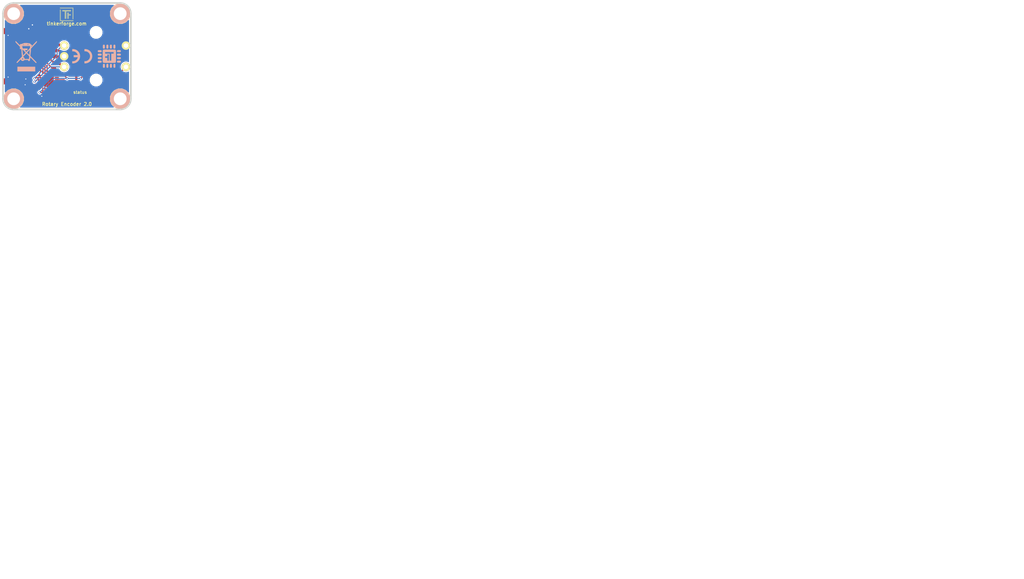
<source format=kicad_pcb>
(kicad_pcb (version 4) (host pcbnew 4.0.2+dfsg1-stable)
  (title_block (title "Rotary Encoder Bricklet") (date 2017-09-18) (rev 2.0) (company "Tinkerforge GmbH") (comment 1 "Licensed under CERN OHL v.1.1") (comment 2 "Copyright (©) 2017, L.Lauer <lukas@tinkerforge.com>"))
  (layers (0 Vorderseite jumper) (31 Rückseite jumper hide) (34 B.Paste user) (35 F.Paste user) (36 B.SilkS user) (37 F.SilkS user) (38 B.Mask user) (39 F.Mask user) (44 Edge.Cuts user))
  (net 0 "")
  (net 1 GND)
  (net 2 VCC)
  (net 3 "Net-(D1-Pad2)")
  (net 4 "Net-(P1-Pad4)")
  (net 5 "Net-(P1-Pad5)")
  (net 6 "Net-(P1-Pad6)")
  (net 7 "Net-(P2-Pad2)")
  (net 8 "Net-(P3-Pad1)")
  (net 9 "Net-(R1-Pad1)")
  (net 10 S-MISO)
  (net 11 S-MOSI)
  (net 12 S-CLK)
  (net 13 S-CS)
  (net 14 SW1)
  (net 15 IN_B)
  (net 16 IN_A)
  (net 17 "Net-(C4-Pad1)")
  (net 18 "Net-(P1-Pad1)")
  (net 19 "Net-(RP2-Pad2)")
  (net 20 "Net-(U1-Pad4)")
  (net 21 "Net-(U1-Pad6)")
  (net 22 "Net-(U1-Pad8)")
  (net 23 "Net-(U1-Pad11)")
  (net 24 "Net-(U1-Pad12)")
  (net 25 "Net-(U1-Pad13)")
  (net 26 "Net-(U1-Pad14)")
  (net 27 "Net-(U1-Pad17)")
  (net 28 "Net-(U1-Pad18)")
  (net 29 "Net-(U1-Pad19)")
  (net 30 "Net-(U1-Pad20)")
  (net 31 "Net-(U1-Pad21)")
  (module Logo_31x31 (layer Vorderseite) (at 56.25 30.9)
    (fp_text reference G*** hide)
    (fp_text value Logo_31x31 hide)
  )
  (module Fiducial_Mark (layer Vorderseite) (at 49.4 53.3)
    (fp_text reference Fiducial_Mark hide)
    (fp_text value VAL** hide)
    (pad 1 smd circle (at 0 0) (size 1.00076 1.00076) (layers Vorderseite F.Mask) (clearance 0.65024))
  )
  (module Fiducial_Mark (layer Vorderseite) (at 66.4 31.3)
    (fp_text reference Fiducial_Mark hide)
    (fp_text value VAL** hide)
    (pad 1 smd circle (at 0 0) (size 1.00076 1.00076) (layers Vorderseite F.Mask) (clearance 0.65024))
  )
  (module kicad-libraries:C0805E (layer Vorderseite) (at 50.55 37.5 180)
    (fp_text reference C1)
    (fp_text value 10uF)
    (pad 1 smd rect (at -0.95 0 180) (size 1.3 1.5) (layers Vorderseite F.Paste F.Mask) (net 2 VCC) (clearance 0.14986))
    (pad 2 smd rect (at 0.95 0 180) (size 1.3 1.5) (layers Vorderseite F.Paste F.Mask) (net 1 GND) (clearance 0.14986))
  )
  (module kicad-libraries:C0603F (layer Vorderseite) (at 50.55 35.85 180)
    (fp_text reference C2)
    (fp_text value 1uF)
    (pad 1 smd rect (at -0.75 0 180) (size 0.9 0.9) (layers Vorderseite F.Paste F.Mask) (net 2 VCC))
    (pad 2 smd rect (at 0.75 0 180) (size 0.9 0.9) (layers Vorderseite F.Paste F.Mask) (net 1 GND))
  )
  (module kicad-libraries:C0603F (layer Vorderseite) (at 53.5 51.7 180)
    (fp_text reference C3)
    (fp_text value 100nF)
    (pad 1 smd rect (at -0.75 0 180) (size 0.9 0.9) (layers Vorderseite F.Paste F.Mask) (net 2 VCC))
    (pad 2 smd rect (at 0.75 0 180) (size 0.9 0.9) (layers Vorderseite F.Paste F.Mask) (net 1 GND))
  )
  (module kicad-libraries:CON-SENSOR2 (layer Vorderseite) (at 42.9 42.3 270)
    (fp_text reference P1)
    (fp_text value CON-SENSOR2)
    (pad 1 smd rect (at -3.75 -4.6 270) (size 0.6 1.8) (layers Vorderseite F.Paste F.Mask) (net 18 "Net-(P1-Pad1)"))
    (pad 2 smd rect (at -2.5 -4.6 270) (size 0.6 1.8) (layers Vorderseite F.Paste F.Mask) (net 1 GND))
    (pad EP smd rect (at -5.9 -1.2 270) (size 1.4 2.4) (layers Vorderseite F.Paste F.Mask) (net 1 GND))
    (pad EP smd rect (at 5.9 -1.2 270) (size 1.4 2.4) (layers Vorderseite F.Paste F.Mask) (net 1 GND))
    (pad 3 smd rect (at -1.25 -4.6 270) (size 0.6 1.8) (layers Vorderseite F.Paste F.Mask) (net 2 VCC))
    (pad 4 smd rect (at 0 -4.6 270) (size 0.6 1.8) (layers Vorderseite F.Paste F.Mask) (net 4 "Net-(P1-Pad4)"))
    (pad 5 smd rect (at 1.25 -4.6 270) (size 0.6 1.8) (layers Vorderseite F.Paste F.Mask) (net 5 "Net-(P1-Pad5)"))
    (pad 6 smd rect (at 2.5 -4.6 270) (size 0.6 1.8) (layers Vorderseite F.Paste F.Mask) (net 6 "Net-(P1-Pad6)"))
    (pad 7 smd rect (at 3.75 -4.6 270) (size 0.6 1.8) (layers Vorderseite F.Paste F.Mask) (net 17 "Net-(C4-Pad1)"))
  )
  (module kicad-libraries:SolderJumper (layer Vorderseite) (at 49.1 49)
    (fp_text reference P2)
    (fp_text value BOOT)
    (pad 2 smd rect (at 0.55 0) (size 0.3 1.4) (layers Vorderseite F.Mask) (net 7 "Net-(P2-Pad2)"))
    (pad 2 smd rect (at 0.15 0) (size 0.6 0.5) (layers Vorderseite F.Mask) (net 7 "Net-(P2-Pad2)"))
    (pad 1 smd rect (at -0.5 0) (size 0.4 1.4) (layers Vorderseite F.Mask) (net 1 GND))
    (pad 1 smd rect (at -0.225 0.55) (size 0.95 0.3) (layers Vorderseite F.Mask) (net 1 GND))
    (pad 1 smd rect (at -0.225 -0.55) (size 0.95 0.3) (layers Vorderseite F.Mask) (net 1 GND))
  )
  (module kicad-libraries:DEBUG_PAD (layer Vorderseite) (at 57.15 48.05)
    (fp_text reference P3)
    (fp_text value DEBUG)
    (pad 1 smd circle (at 0 0) (size 0.7 0.7) (layers Vorderseite F.Paste F.Mask) (net 8 "Net-(P3-Pad1)"))
  )
  (module kicad-libraries:R0603F (layer Vorderseite) (at 57.9 52.05)
    (fp_text reference R1)
    (fp_text value 1k)
    (pad 1 smd rect (at -0.75 0) (size 0.9 0.9) (layers Vorderseite F.Paste F.Mask) (net 9 "Net-(R1-Pad1)"))
    (pad 2 smd rect (at 0.75 0) (size 0.9 0.9) (layers Vorderseite F.Paste F.Mask) (net 3 "Net-(D1-Pad2)"))
  )
  (module kicad-libraries:4X0402 (layer Vorderseite) (at 50.5 44.3 270)
    (fp_text reference RP1)
    (fp_text value 82)
    (pad 1 smd rect (at -0.7493 0.575 90) (size 0.29972 0.65) (layers Vorderseite F.Paste F.Mask) (net 4 "Net-(P1-Pad4)"))
    (pad 2 smd rect (at -0.24892 0.575 90) (size 0.29972 0.65) (layers Vorderseite F.Paste F.Mask) (net 5 "Net-(P1-Pad5)"))
    (pad 3 smd rect (at 0.24892 0.575 90) (size 0.29972 0.65) (layers Vorderseite F.Paste F.Mask) (net 6 "Net-(P1-Pad6)"))
    (pad 4 smd rect (at 0.7493 0.575 90) (size 0.29972 0.65) (layers Vorderseite F.Paste F.Mask) (net 17 "Net-(C4-Pad1)"))
    (pad 5 smd rect (at 0.7493 -0.575 270) (size 0.29972 0.65) (layers Vorderseite F.Paste F.Mask) (net 10 S-MISO))
    (pad 6 smd rect (at 0.24892 -0.575 270) (size 0.29972 0.65) (layers Vorderseite F.Paste F.Mask) (net 11 S-MOSI))
    (pad 7 smd rect (at -0.24892 -0.575 270) (size 0.29972 0.65) (layers Vorderseite F.Paste F.Mask) (net 12 S-CLK))
    (pad 8 smd rect (at -0.7493 -0.575 270) (size 0.29972 0.65) (layers Vorderseite F.Paste F.Mask) (net 13 S-CS))
  )
  (module kicad-libraries:4X0603 (layer Vorderseite) (at 52.4 40.95 270)
    (fp_text reference RP2)
    (fp_text value 10k)
    (pad 1 smd rect (at -1.19888 -0.8509 270) (size 0.44958 0.89916) (layers Vorderseite F.Paste F.Mask) (net 16 IN_A))
    (pad 2 smd rect (at -0.39878 -0.8509 270) (size 0.44958 0.89916) (layers Vorderseite F.Paste F.Mask) (net 19 "Net-(RP2-Pad2)"))
    (pad 3 smd rect (at 0.39878 -0.8509 270) (size 0.44958 0.89916) (layers Vorderseite F.Paste F.Mask) (net 15 IN_B))
    (pad 4 smd rect (at 1.19888 -0.8509 270) (size 0.44958 0.89916) (layers Vorderseite F.Paste F.Mask) (net 14 SW1))
    (pad 5 smd rect (at 1.19888 0.8509 270) (size 0.44958 0.89916) (layers Vorderseite F.Paste F.Mask) (net 2 VCC))
    (pad 6 smd rect (at 0.39878 0.8509 270) (size 0.44958 0.89916) (layers Vorderseite F.Paste F.Mask) (net 2 VCC))
    (pad 7 smd rect (at -0.39878 0.8509 270) (size 0.44958 0.89916) (layers Vorderseite F.Paste F.Mask) (net 2 VCC))
    (pad 8 smd rect (at -1.19888 0.8509 270) (size 0.44958 0.89916) (layers Vorderseite F.Paste F.Mask) (net 2 VCC))
  )
  (module kicad-libraries:QFN24-4x4mm-0.5mm (layer Vorderseite) (at 53.5 48.1)
    (fp_text reference U1)
    (fp_text value XMC110024)
    (pad 1 smd oval (at -2.025 -1.25) (size 1 0.3) (layers Vorderseite F.Paste F.Mask) (net 10 S-MISO))
    (pad 2 smd oval (at -2.025 -0.75) (size 1 0.3) (layers Vorderseite F.Paste F.Mask) (net 16 IN_A))
    (pad 3 smd oval (at -2.025 -0.25) (size 1 0.3) (layers Vorderseite F.Paste F.Mask) (net 15 IN_B))
    (pad 4 smd oval (at -2.025 0.25) (size 1 0.3) (layers Vorderseite F.Paste F.Mask) (net 20 "Net-(U1-Pad4)"))
    (pad 5 smd oval (at -2.025 0.75) (size 1 0.3) (layers Vorderseite F.Paste F.Mask) (net 7 "Net-(P2-Pad2)"))
    (pad 6 smd oval (at -2.025 1.25) (size 1 0.3) (layers Vorderseite F.Paste F.Mask) (net 21 "Net-(U1-Pad6)"))
    (pad 7 smd oval (at -1.25 2.025 90) (size 1 0.3) (layers Vorderseite F.Paste F.Mask) (net 14 SW1))
    (pad 8 smd oval (at -0.75 2.025 90) (size 1 0.3) (layers Vorderseite F.Paste F.Mask) (net 22 "Net-(U1-Pad8)"))
    (pad 9 smd oval (at -0.25 2.025 90) (size 1 0.3) (layers Vorderseite F.Paste F.Mask) (net 1 GND))
    (pad 10 smd oval (at 0.25 2.025 90) (size 1 0.3) (layers Vorderseite F.Paste F.Mask) (net 2 VCC))
    (pad 11 smd oval (at 0.75 2.025 90) (size 1 0.3) (layers Vorderseite F.Paste F.Mask) (net 23 "Net-(U1-Pad11)"))
    (pad 12 smd oval (at 1.25 2.025 90) (size 1 0.3) (layers Vorderseite F.Paste F.Mask) (net 24 "Net-(U1-Pad12)"))
    (pad 13 smd oval (at 2.025 1.25) (size 1 0.3) (layers Vorderseite F.Paste F.Mask) (net 25 "Net-(U1-Pad13)"))
    (pad 14 smd oval (at 2.025 0.75) (size 1 0.3) (layers Vorderseite F.Paste F.Mask) (net 26 "Net-(U1-Pad14)"))
    (pad 15 smd oval (at 2.025 0.25) (size 1 0.3) (layers Vorderseite F.Paste F.Mask) (net 9 "Net-(R1-Pad1)"))
    (pad 16 smd oval (at 2.025 -0.25) (size 1 0.3) (layers Vorderseite F.Paste F.Mask) (net 8 "Net-(P3-Pad1)"))
    (pad 17 smd oval (at 2.025 -0.75) (size 1 0.3) (layers Vorderseite F.Paste F.Mask) (net 27 "Net-(U1-Pad17)"))
    (pad 18 smd oval (at 2.025 -1.25) (size 1 0.3) (layers Vorderseite F.Paste F.Mask) (net 28 "Net-(U1-Pad18)"))
    (pad 19 smd oval (at 1.25 -2.025 90) (size 1 0.3) (layers Vorderseite F.Paste F.Mask) (net 29 "Net-(U1-Pad19)"))
    (pad 20 smd oval (at 0.75 -2.025 90) (size 1 0.3) (layers Vorderseite F.Paste F.Mask) (net 30 "Net-(U1-Pad20)"))
    (pad 21 smd oval (at 0.25 -2.025 90) (size 1 0.3) (layers Vorderseite F.Paste F.Mask) (net 31 "Net-(U1-Pad21)"))
    (pad 22 smd oval (at -0.25 -2.025 90) (size 1 0.3) (layers Vorderseite F.Paste F.Mask) (net 13 S-CS))
    (pad 23 smd oval (at -0.75 -2.025 90) (size 1 0.3) (layers Vorderseite F.Paste F.Mask) (net 12 S-CLK))
    (pad 24 smd oval (at -1.25 -2.025 90) (size 1 0.3) (layers Vorderseite F.Paste F.Mask) (net 11 S-MOSI))
    (pad EXP smd rect (at 0.65 0.65) (size 1.3 1.3) (layers Vorderseite F.Paste F.Mask) (net 1 GND))
    (pad EXP smd rect (at 0.65 -0.65) (size 1.3 1.3) (layers Vorderseite F.Paste F.Mask) (net 1 GND))
    (pad EXP smd rect (at -0.65 0.65) (size 1.3 1.3) (layers Vorderseite F.Paste F.Mask) (net 1 GND))
    (pad EXP smd rect (at -0.65 -0.65) (size 1.3 1.3) (layers Vorderseite F.Paste F.Mask) (net 1 GND))
  )
  (module kicad-libraries:DRILL_NP (layer Vorderseite) (at 70.4 32.3)
    (fp_text reference U3 hide)
    (fp_text value DRILL hide)
    (pad "" np_thru_hole circle (at 0 0) (size 2.99974 2.99974) (drill 2.99974) (layers *.Cu *.Mask F.SilkS) (clearance 0.89916))
  )
  (module kicad-libraries:DRILL_NP (layer Vorderseite) (at 45.4 52.3)
    (fp_text reference U4 hide)
    (fp_text value DRILL hide)
    (pad "" np_thru_hole circle (at 0 0) (size 2.99974 2.99974) (drill 2.99974) (layers *.Cu *.Mask F.SilkS) (clearance 0.89916))
  )
  (module kicad-libraries:DRILL_NP (layer Vorderseite) (at 70.4 52.3)
    (fp_text reference U5 hide)
    (fp_text value DRILL hide)
    (pad "" np_thru_hole circle (at 0 0) (size 2.99974 2.99974) (drill 2.99974) (layers *.Cu *.Mask F.SilkS) (clearance 0.89916))
  )
  (module kicad-libraries:DRILL_NP (layer Vorderseite) (at 45.4 32.3)
    (fp_text reference U6 hide)
    (fp_text value DRILL hide)
    (pad "" np_thru_hole circle (at 0 0) (size 2.99974 2.99974) (drill 2.99974) (layers *.Cu *.Mask F.SilkS) (clearance 0.89916))
  )
  (module kicad-libraries:ROTARY_ENCODER (layer Vorderseite) (at 64.75 42.3 180)
    (fp_text reference U2)
    (fp_text value ROTARY_ENCODER)
    (pad A thru_hole circle (at 7.5 2.5 180) (size 2 2) (drill 1.1) (layers *.Cu *.Mask F.SilkS) (net 16 IN_A))
    (pad C thru_hole circle (at 7.5 0 180) (size 2 2) (drill 1.1) (layers *.Cu *.Mask F.SilkS) (net 1 GND))
    (pad B thru_hole circle (at 7.5 -2.5 180) (size 2 2) (drill 1.1) (layers *.Cu *.Mask F.SilkS) (net 15 IN_B))
    (pad SW1 thru_hole circle (at -7 -2.5 180) (size 2 2) (drill 1.1) (layers *.Cu *.Mask F.SilkS) (net 14 SW1))
    (pad SW2 thru_hole circle (at -7 2.5 180) (size 2 2) (drill 1.1) (layers *.Cu *.Mask F.SilkS) (net 1 GND))
    (pad "" np_thru_hole circle (at 0 5.6 180) (size 2.5 2.5) (drill 2.5) (layers *.Cu *.Mask F.SilkS))
    (pad "" np_thru_hole circle (at 0 -5.6 180) (size 2.5 2.5) (drill 2.5) (layers *.Cu *.Mask F.SilkS))
  )
  (module kicad-libraries:WEEE_7mm (layer Rückseite) (at 48.35 42.3 180)
    (fp_text reference VAL hide)
    (fp_text value WEEE_7mm hide)
  )
  (module kicad-libraries:CE_5mm (layer Rückseite) (at 61.45 42.3 180)
    (fp_text reference VAL hide)
    (fp_text value CE_5mm hide)
  )
  (module kicad-libraries:Logo_CoMCU (layer Rückseite) (at 67.85 42.3 180)
    (fp_text reference G*** hide)
    (fp_text value LOGO hide)
  )
  (module kicad-libraries:C0603F (layer Vorderseite) (at 55.1 43.1 90)
    (fp_text reference C5)
    (fp_text value 10nF)
    (pad 1 smd rect (at -0.75 0 90) (size 0.9 0.9) (layers Vorderseite F.Paste F.Mask) (net 15 IN_B))
    (pad 2 smd rect (at 0.75 0 90) (size 0.9 0.9) (layers Vorderseite F.Paste F.Mask) (net 1 GND))
  )
  (module kicad-libraries:C0603F (layer Vorderseite) (at 55.1 40.15 270)
    (fp_text reference C6)
    (fp_text value 10nF)
    (pad 1 smd rect (at -0.75 0 270) (size 0.9 0.9) (layers Vorderseite F.Paste F.Mask) (net 16 IN_A))
    (pad 2 smd rect (at 0.75 0 270) (size 0.9 0.9) (layers Vorderseite F.Paste F.Mask) (net 1 GND))
  )
  (module kicad-libraries:C0402F (layer Vorderseite) (at 49.2 46.75 225)
    (fp_text reference C4)
    (fp_text value 220pF)
    (pad 2 smd rect (at 0.5 0 225) (size 0.6 0.7) (layers Vorderseite F.Paste F.Mask) (net 1 GND))
    (pad 1 smd rect (at -0.5 0 225) (size 0.6 0.7) (layers Vorderseite F.Paste F.Mask) (net 17 "Net-(C4-Pad1)"))
  )
  (module kicad-libraries:D0603F (layer Vorderseite) (at 61 52.05 180)
    (fp_text reference D1)
    (fp_text value blue)
    (pad 1 smd rect (at -0.75 0 180) (size 0.9 0.9) (layers Vorderseite F.Paste F.Mask) (net 2 VCC))
    (pad 2 smd rect (at 0.75 0 180) (size 0.9 0.9) (layers Vorderseite F.Paste F.Mask) (net 3 "Net-(D1-Pad2)"))
  )
  (gr_text status (at 61 50.75) (layer F.SilkS) (effects (font (size 0.7 0.7) (thickness 0.12))))
  (gr_line (start 42.9 52.3) (end 42.9 32.3) (angle 90) (layer Edge.Cuts) (width 0.381))
  (gr_line (start 70.4 54.8) (end 45.4 54.8) (angle 90) (layer Edge.Cuts) (width 0.381))
  (gr_line (start 72.9 32.3) (end 72.9 52.3) (angle 90) (layer Edge.Cuts) (width 0.381))
  (gr_line (start 45.4 29.8) (end 70.4 29.8) (angle 90) (layer Edge.Cuts) (width 0.381))
  (gr_arc (start 45.4 32.3) (end 42.9 32.3) (angle 90) (layer Edge.Cuts) (width 0.381))
  (gr_arc (start 45.4 52.3) (end 45.4 54.8) (angle 90) (layer Edge.Cuts) (width 0.381))
  (gr_arc (start 70.4 52.3) (end 72.9 52.3) (angle 90) (layer Edge.Cuts) (width 0.381))
  (gr_arc (start 70.4 32.3) (end 70.4 29.8) (angle 90) (layer Edge.Cuts) (width 0.381))
  (gr_text tinkerforge.com (at 57.85 34.65) (layer F.SilkS) (effects (font (size 0.8 0.8))))
  (gr_text "Rotary Encoder 2.0\n" (at 57.9 53.55) (layer F.SilkS) (effects (font (size 0.8 0.8))))
  (segment (start 49.8 35.85) (end 48.95 35.85) (width 0.7) (layer Vorderseite) (net 1))
  (via (at 48.95 35.85) (size 0.7) (drill 0.3) (layers Vorderseite Rückseite) (net 1))
  (segment (start 49.8 35.85) (end 49.8 34.95) (width 0.7) (layer Vorderseite) (net 1))
  (via (at 49.8 34.95) (size 0.7) (drill 0.3) (layers Vorderseite Rückseite) (net 1))
  (segment (start 49.8 35.85) (end 49.8 37.3) (width 0.7) (layer Vorderseite) (net 1))
  (segment (start 49.8 37.3) (end 49.6 37.5) (width 0.7) (layer Vorderseite) (net 1))
  (segment (start 47.5 39.8) (end 48.6 39.8) (width 0.7) (layer Vorderseite) (net 1))
  (segment (start 49.35 39.05) (end 49.35 37.75) (width 0.7) (layer Vorderseite) (net 1))
  (segment (start 48.6 39.8) (end 49.35 39.05) (width 0.7) (layer Vorderseite) (net 1))
  (segment (start 49.35 37.75) (end 49.6 37.5) (width 0.7) (layer Vorderseite) (net 1))
  (segment (start 55.1 42.35) (end 57.2 42.35) (width 0.5) (layer Vorderseite) (net 1))
  (segment (start 57.2 42.35) (end 57.25 42.3) (width 0.25) (layer Vorderseite) (net 1))
  (segment (start 57.25 42.3) (end 57.25 42.25) (width 0.25) (layer Vorderseite) (net 1))
  (segment (start 57.25 42.25) (end 55.9 40.9) (width 0.5) (layer Vorderseite) (net 1))
  (segment (start 55.9 40.9) (end 55.1 40.9) (width 0.5) (layer Vorderseite) (net 1))
  (segment (start 48.740381 47.209619) (end 48.690381 47.209619) (width 0.55) (layer Vorderseite) (net 1))
  (segment (start 48.690381 47.209619) (end 48.25 47.65) (width 0.55) (layer Vorderseite) (net 1))
  (via (at 48.25 47.65) (size 0.55) (drill 0.25) (layers Vorderseite Rückseite) (net 1))
  (segment (start 52.75 51.7) (end 52 51.7) (width 0.55) (layer Vorderseite) (net 1))
  (via (at 52 51.7) (size 0.55) (drill 0.25) (layers Vorderseite Rückseite) (net 1))
  (segment (start 48.6 49) (end 48.1 49) (width 0.25) (layer Vorderseite) (net 1))
  (via (at 48.1 49) (size 0.55) (drill 0.25) (layers Vorderseite Rückseite) (net 1))
  (segment (start 48.875 49.55) (end 48.725 49.55) (width 0.25) (layer Vorderseite) (net 1))
  (segment (start 48.725 49.55) (end 48.6 49.425) (width 0.25) (layer Vorderseite) (net 1))
  (segment (start 48.6 49.425) (end 48.6 48.525) (width 0.25) (layer Vorderseite) (net 1))
  (segment (start 48.6 48.525) (end 48.675 48.45) (width 0.25) (layer Vorderseite) (net 1))
  (segment (start 48.675 48.45) (end 49.05 48.45) (width 0.25) (layer Vorderseite) (net 1))
  (segment (start 49.05 48.45) (end 48.875 48.45) (width 0.25) (layer Vorderseite) (net 1))
  (segment (start 53.25 50.125) (end 53.25 50.85) (width 0.25) (layer Vorderseite) (net 1))
  (segment (start 53.25 50.85) (end 52.75 51.35) (width 0.25) (layer Vorderseite) (net 1))
  (segment (start 52.75 51.35) (end 52.75 51.7) (width 0.25) (layer Vorderseite) (net 1))
  (segment (start 52.85 47.45) (end 52.85 48.75) (width 0.25) (layer Vorderseite) (net 1))
  (segment (start 52.85 48.75) (end 54.15 48.75) (width 0.25) (layer Vorderseite) (net 1))
  (segment (start 54.15 48.75) (end 54.15 47.45) (width 0.25) (layer Vorderseite) (net 1))
  (segment (start 54.15 47.45) (end 52.85 47.45) (width 0.25) (layer Vorderseite) (net 1))
  (segment (start 53.25 50.125) (end 53.25 49.15) (width 0.25) (layer Vorderseite) (net 1))
  (segment (start 53.25 49.15) (end 52.85 48.75) (width 0.25) (layer Vorderseite) (net 1))
  (segment (start 44.1 36.4) (end 44.1 37.4) (width 0.55) (layer Vorderseite) (net 1))
  (via (at 44.1 37.4) (size 0.55) (drill 0.25) (layers Vorderseite Rückseite) (net 1))
  (segment (start 44.1 48.2) (end 44.1 47.2) (width 0.55) (layer Vorderseite) (net 1))
  (via (at 44.1 47.2) (size 0.55) (drill 0.25) (layers Vorderseite Rückseite) (net 1))
  (segment (start 56.65 42.3) (end 57.25 42.3) (width 0.29972) (layer Rückseite) (net 1))
  (segment (start 51.5491 42.14888) (end 50.19888 42.14888) (width 0.25) (layer Vorderseite) (net 2))
  (segment (start 50.19888 42.14888) (end 49.1 41.05) (width 0.25) (layer Vorderseite) (net 2))
  (segment (start 51.5491 41.34878) (end 50.79878 41.34878) (width 0.25) (layer Vorderseite) (net 2))
  (segment (start 50.79878 41.34878) (end 49.8 40.35) (width 0.25) (layer Vorderseite) (net 2))
  (segment (start 51.5491 40.55122) (end 51.10122 40.55122) (width 0.25) (layer Vorderseite) (net 2))
  (segment (start 51.10122 40.55122) (end 50.35 39.8) (width 0.25) (layer Vorderseite) (net 2))
  (segment (start 51.5491 39.75112) (end 50.80112 39.75112) (width 0.25) (layer Vorderseite) (net 2))
  (segment (start 50.80112 39.75112) (end 50.35 39.3) (width 0.25) (layer Vorderseite) (net 2))
  (segment (start 51.3 35.85) (end 57.2 35.85) (width 0.5) (layer Vorderseite) (net 2))
  (segment (start 57.2 35.85) (end 60.1 38.75) (width 0.5) (layer Vorderseite) (net 2))
  (segment (start 51.3 35.85) (end 51.3 37.3) (width 0.7) (layer Vorderseite) (net 2))
  (segment (start 51.3 37.3) (end 51.5 37.5) (width 0.7) (layer Vorderseite) (net 2))
  (segment (start 47.5 41.05) (end 49.1 41.05) (width 0.7) (layer Vorderseite) (net 2))
  (segment (start 50.35 39.3) (end 51.5 38.15) (width 0.7) (layer Vorderseite) (net 2))
  (segment (start 50.35 39.8) (end 50.35 39.3) (width 0.7) (layer Vorderseite) (net 2))
  (segment (start 49.1 41.05) (end 49.8 40.35) (width 0.7) (layer Vorderseite) (net 2))
  (segment (start 49.8 40.35) (end 50.35 39.8) (width 0.7) (layer Vorderseite) (net 2))
  (segment (start 51.5 38.15) (end 51.5 37.5) (width 0.7) (layer Vorderseite) (net 2))
  (segment (start 54.25 51.7) (end 54.25 52.45) (width 0.25) (layer Vorderseite) (net 2))
  (segment (start 55.25 53.45) (end 61.2 53.45) (width 0.25) (layer Vorderseite) (net 2))
  (segment (start 54.25 52.45) (end 55.25 53.45) (width 0.25) (layer Vorderseite) (net 2))
  (segment (start 61.8501 52.05) (end 61.8501 50.6501) (width 0.5) (layer Vorderseite) (net 2))
  (segment (start 61.8501 50.6501) (end 60.1 48.9) (width 0.5) (layer Vorderseite) (net 2))
  (segment (start 60.1 48.9) (end 60.1 38.75) (width 0.5) (layer Vorderseite) (net 2))
  (segment (start 61.8501 52.05) (end 61.8501 52.7999) (width 0.25) (layer Vorderseite) (net 2))
  (segment (start 61.8501 52.7999) (end 61.2 53.45) (width 0.25) (layer Vorderseite) (net 2))
  (segment (start 53.75 50.125) (end 53.75 50.85) (width 0.25) (layer Vorderseite) (net 2))
  (segment (start 53.75 50.85) (end 54.25 51.35) (width 0.25) (layer Vorderseite) (net 2))
  (segment (start 54.25 51.35) (end 54.25 51.7) (width 0.25) (layer Vorderseite) (net 2))
  (segment (start 58.65 52.05) (end 60.1499 52.05) (width 0.25) (layer Vorderseite) (net 3))
  (segment (start 47.5 42.3) (end 48.5 42.3) (width 0.25) (layer Vorderseite) (net 4))
  (segment (start 49.2507 43.5507) (end 49.925 43.5507) (width 0.25) (layer Vorderseite) (net 4))
  (segment (start 48.9 43.2) (end 49.2507 43.5507) (width 0.25) (layer Vorderseite) (net 4))
  (segment (start 48.9 42.7) (end 48.9 43.2) (width 0.25) (layer Vorderseite) (net 4))
  (segment (start 48.5 42.3) (end 48.9 42.7) (width 0.25) (layer Vorderseite) (net 4))
  (segment (start 47.5 43.55) (end 48.55 43.55) (width 0.25) (layer Vorderseite) (net 5))
  (segment (start 49.05108 44.05108) (end 49.925 44.05108) (width 0.25) (layer Vorderseite) (net 5))
  (segment (start 48.55 43.55) (end 49.05108 44.05108) (width 0.25) (layer Vorderseite) (net 5))
  (segment (start 47.5 44.8) (end 48.7 44.8) (width 0.25) (layer Vorderseite) (net 6))
  (segment (start 48.95108 44.54892) (end 49.925 44.54892) (width 0.25) (layer Vorderseite) (net 6))
  (segment (start 48.7 44.8) (end 48.95108 44.54892) (width 0.25) (layer Vorderseite) (net 6))
  (segment (start 49.25 49) (end 49.65 49) (width 0.25) (layer Vorderseite) (net 7))
  (segment (start 51.475 48.85) (end 50.55 48.85) (width 0.25) (layer Vorderseite) (net 7))
  (segment (start 50.4 49) (end 49.25 49) (width 0.25) (layer Vorderseite) (net 7))
  (segment (start 50.55 48.85) (end 50.4 49) (width 0.25) (layer Vorderseite) (net 7))
  (segment (start 55.525 47.85) (end 56.95 47.85) (width 0.25) (layer Vorderseite) (net 8))
  (segment (start 56.95 47.85) (end 57.15 48.05) (width 0.25) (layer Vorderseite) (net 8))
  (segment (start 55.525 48.35) (end 56.4 48.35) (width 0.25) (layer Vorderseite) (net 9))
  (segment (start 57.15 49.1) (end 57.15 52.05) (width 0.25) (layer Vorderseite) (net 9))
  (segment (start 56.4 48.35) (end 57.15 49.1) (width 0.25) (layer Vorderseite) (net 9))
  (segment (start 51.075 45.0493) (end 51.511968 45.0493) (width 0.25) (layer Vorderseite) (net 10))
  (segment (start 51.475 46.225) (end 51.475 46.85) (width 0.25) (layer Vorderseite) (net 10))
  (segment (start 51.7 46) (end 51.475 46.225) (width 0.25) (layer Vorderseite) (net 10))
  (segment (start 51.7 45.237332) (end 51.7 46) (width 0.25) (layer Vorderseite) (net 10))
  (segment (start 51.511968 45.0493) (end 51.7 45.237332) (width 0.25) (layer Vorderseite) (net 10))
  (segment (start 51.075 44.54892) (end 51.74892 44.54892) (width 0.25) (layer Vorderseite) (net 11))
  (segment (start 52.25 45.05) (end 52.25 46.075) (width 0.25) (layer Vorderseite) (net 11))
  (segment (start 51.74892 44.54892) (end 52.25 45.05) (width 0.25) (layer Vorderseite) (net 11))
  (segment (start 51.075 44.05108) (end 51.95108 44.05108) (width 0.25) (layer Vorderseite) (net 12))
  (segment (start 52.75 44.85) (end 52.75 46.075) (width 0.25) (layer Vorderseite) (net 12))
  (segment (start 51.95108 44.05108) (end 52.75 44.85) (width 0.25) (layer Vorderseite) (net 12))
  (segment (start 51.075 43.5507) (end 52.088032 43.5507) (width 0.25) (layer Vorderseite) (net 13))
  (segment (start 53.25 44.712668) (end 53.25 46.075) (width 0.25) (layer Vorderseite) (net 13))
  (segment (start 52.088032 43.5507) (end 53.25 44.712668) (width 0.25) (layer Vorderseite) (net 13))
  (via (at 57.95 47.5) (size 0.55) (drill 0.25) (layers Vorderseite Rückseite) (net 14))
  (segment (start 53.2509 42.14888) (end 53.2509 43.9009) (width 0.25) (layer Vorderseite) (net 14))
  (segment (start 54.4 45.05) (end 53.2509 43.9009) (width 0.25) (layer Vorderseite) (net 14))
  (segment (start 55.15 45.05) (end 54.4 45.05) (width 0.25) (layer Vorderseite) (net 14))
  (segment (start 56.25 46.15) (end 55.15 45.05) (width 0.25) (layer Vorderseite) (net 14))
  (segment (start 56.6 46.15) (end 56.25 46.15) (width 0.25) (layer Vorderseite) (net 14))
  (segment (start 56.6 46.15) (end 57.95 47.5) (width 0.25) (layer Vorderseite) (net 14))
  (via (at 61.1 47.5) (size 0.55) (drill 0.25) (layers Vorderseite Rückseite) (net 14))
  (segment (start 61.1 47.5) (end 57.95 47.5) (width 0.25) (layer Rückseite) (net 14))
  (segment (start 57.95 47.5) (end 56.7 47.5) (width 0.25) (layer Rückseite) (net 14))
  (segment (start 52.25 50.125) (end 52.25 50.65) (width 0.25) (layer Vorderseite) (net 14))
  (segment (start 70.5 46.05) (end 71.75 44.8) (width 0.25) (layer Vorderseite) (net 14))
  (segment (start 62.55 46.05) (end 70.5 46.05) (width 0.25) (layer Vorderseite) (net 14))
  (segment (start 61.1 47.5) (end 62.55 46.05) (width 0.25) (layer Vorderseite) (net 14))
  (segment (start 54.8 47.5) (end 56.7 47.5) (width 0.25) (layer Rückseite) (net 14))
  (segment (start 51.5 50.8) (end 54.8 47.5) (width 0.25) (layer Rückseite) (net 14))
  (via (at 51.5 50.8) (size 0.55) (drill 0.25) (layers Vorderseite Rückseite) (net 14))
  (segment (start 52.1 50.8) (end 51.5 50.8) (width 0.25) (layer Vorderseite) (net 14))
  (segment (start 52.25 50.65) (end 52.1 50.8) (width 0.25) (layer Vorderseite) (net 14))
  (segment (start 57.25 44.8) (end 56.9 44.8) (width 0.25) (layer Vorderseite) (net 15))
  (segment (start 56.9 44.8) (end 55.95 43.85) (width 0.5) (layer Vorderseite) (net 15))
  (segment (start 55.95 43.85) (end 55.1 43.85) (width 0.5) (layer Vorderseite) (net 15))
  (segment (start 53.2509 41.34878) (end 53.54878 41.34878) (width 0.25) (layer Vorderseite) (net 15))
  (segment (start 53.54878 41.34878) (end 54.2 42) (width 0.25) (layer Vorderseite) (net 15))
  (segment (start 54.2 42) (end 54.2 43.3) (width 0.25) (layer Vorderseite) (net 15))
  (segment (start 54.2 43.3) (end 54.75 43.85) (width 0.25) (layer Vorderseite) (net 15))
  (segment (start 54.75 43.85) (end 55.1 43.85) (width 0.25) (layer Vorderseite) (net 15))
  (segment (start 51.475 47.85) (end 50.85 47.85) (width 0.25) (layer Vorderseite) (net 15))
  (segment (start 53.9 44.8) (end 57.25 44.8) (width 0.25) (layer Rückseite) (net 15))
  (segment (start 50.4 48.3) (end 53.9 44.8) (width 0.25) (layer Rückseite) (net 15))
  (segment (start 50.3 48.3) (end 50.4 48.3) (width 0.25) (layer Rückseite) (net 15))
  (via (at 50.3 48.3) (size 0.55) (drill 0.25) (layers Vorderseite Rückseite) (net 15))
  (segment (start 50.4 48.3) (end 50.3 48.3) (width 0.25) (layer Vorderseite) (net 15))
  (segment (start 50.85 47.85) (end 50.4 48.3) (width 0.25) (layer Vorderseite) (net 15))
  (segment (start 56.7 45.35) (end 57.25 44.8) (width 0.29972) (layer Rückseite) (net 15))
  (segment (start 53.2509 39.75112) (end 53.84888 39.75112) (width 0.25) (layer Vorderseite) (net 16))
  (segment (start 54.2 39.4) (end 55.1 39.4) (width 0.25) (layer Vorderseite) (net 16))
  (segment (start 53.84888 39.75112) (end 54.2 39.4) (width 0.25) (layer Vorderseite) (net 16))
  (segment (start 57.25 39.8) (end 56.3 39.8) (width 0.25) (layer Vorderseite) (net 16))
  (segment (start 56.3 39.8) (end 55.9 39.4) (width 0.5) (layer Vorderseite) (net 16))
  (segment (start 55.9 39.4) (end 55.1 39.4) (width 0.5) (layer Vorderseite) (net 16))
  (segment (start 56.64888 40.40112) (end 57.25 39.8) (width 0.25) (layer Vorderseite) (net 16))
  (segment (start 51.475 47.35) (end 50.45 47.35) (width 0.25) (layer Vorderseite) (net 16))
  (segment (start 55.6 41) (end 56.8 39.8) (width 0.25) (layer Rückseite) (net 16))
  (segment (start 55.6 42.2) (end 55.6 41) (width 0.25) (layer Rückseite) (net 16))
  (segment (start 50.3 47.5) (end 55.6 42.2) (width 0.25) (layer Rückseite) (net 16))
  (via (at 50.3 47.5) (size 0.55) (drill 0.25) (layers Vorderseite Rückseite) (net 16))
  (segment (start 50.45 47.35) (end 50.3 47.5) (width 0.25) (layer Vorderseite) (net 16))
  (segment (start 56.8 39.8) (end 57.25 39.8) (width 0.25) (layer Rückseite) (net 16))
  (segment (start 57.25 39.8) (end 56.8 39.8) (width 0.29972) (layer Vorderseite) (net 16))
  (segment (start 49.925 45.0493) (end 49.925 46.025) (width 0.25) (layer Vorderseite) (net 17))
  (segment (start 49.925 46.025) (end 49.659619 46.290381) (width 0.25) (layer Vorderseite) (net 17))
  (segment (start 47.5 46.05) (end 48.55 46.05) (width 0.25) (layer Vorderseite) (net 17))
  (segment (start 49.1507 45.0493) (end 49.925 45.0493) (width 0.25) (layer Vorderseite) (net 17))
  (segment (start 48.9 45.3) (end 49.1507 45.0493) (width 0.25) (layer Vorderseite) (net 17))
  (segment (start 48.9 45.7) (end 48.9 45.3) (width 0.25) (layer Vorderseite) (net 17))
  (segment (start 48.55 46.05) (end 48.9 45.7) (width 0.25) (layer Vorderseite) (net 17))
  (zone (net 1) (net_name GND) (layer Rückseite) (connect_pads yes (clearance 0.25)) (min_thickness 0.22) (fill yes (arc_segments 16) (thermal_gap 0.25) (thermal_bridge_width 0.25))
    (polygon (pts (xy 72.8 54.8) (xy 42.9 54.8) (xy 42.9 29.8) (xy 72.9 29.8)))
  )
)
</source>
